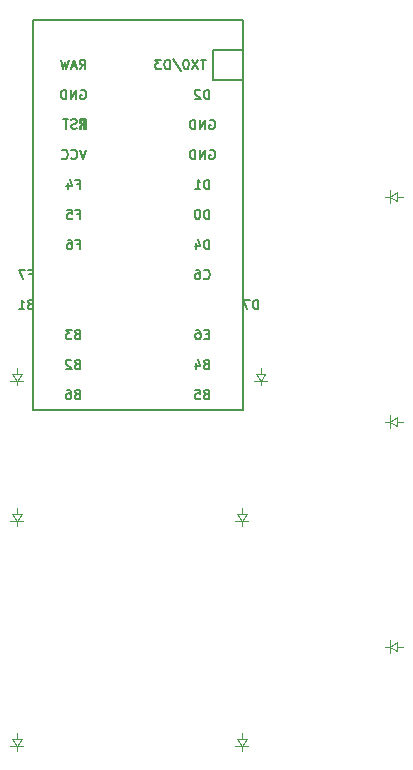
<source format=gbo>
%TF.GenerationSoftware,KiCad,Pcbnew,8.0.4*%
%TF.CreationDate,2024-07-27T19:33:33+02:00*%
%TF.ProjectId,pcb_macropad,7063625f-6d61-4637-926f-7061642e6b69,rev?*%
%TF.SameCoordinates,Original*%
%TF.FileFunction,Legend,Bot*%
%TF.FilePolarity,Positive*%
%FSLAX46Y46*%
G04 Gerber Fmt 4.6, Leading zero omitted, Abs format (unit mm)*
G04 Created by KiCad (PCBNEW 8.0.4) date 2024-07-27 19:33:33*
%MOMM*%
%LPD*%
G01*
G04 APERTURE LIST*
%ADD10C,0.150000*%
%ADD11C,0.100000*%
%ADD12C,0.200000*%
%ADD13R,1.752600X1.752600*%
%ADD14C,1.752600*%
%ADD15C,3.200000*%
%ADD16C,1.750000*%
%ADD17C,4.000000*%
%ADD18C,2.500000*%
%ADD19O,1.600000X2.000000*%
%ADD20R,2.000000X2.000000*%
%ADD21C,2.000000*%
%ADD22R,3.200000X2.000000*%
%ADD23R,1.600000X1.600000*%
%ADD24O,1.600000X1.600000*%
G04 APERTURE END LIST*
D10*
X90768023Y-48602890D02*
X90844213Y-48564795D01*
X90844213Y-48564795D02*
X90958499Y-48564795D01*
X90958499Y-48564795D02*
X91072785Y-48602890D01*
X91072785Y-48602890D02*
X91148975Y-48679080D01*
X91148975Y-48679080D02*
X91187070Y-48755271D01*
X91187070Y-48755271D02*
X91225166Y-48907652D01*
X91225166Y-48907652D02*
X91225166Y-49021938D01*
X91225166Y-49021938D02*
X91187070Y-49174319D01*
X91187070Y-49174319D02*
X91148975Y-49250509D01*
X91148975Y-49250509D02*
X91072785Y-49326700D01*
X91072785Y-49326700D02*
X90958499Y-49364795D01*
X90958499Y-49364795D02*
X90882308Y-49364795D01*
X90882308Y-49364795D02*
X90768023Y-49326700D01*
X90768023Y-49326700D02*
X90729927Y-49288604D01*
X90729927Y-49288604D02*
X90729927Y-49021938D01*
X90729927Y-49021938D02*
X90882308Y-49021938D01*
X90387070Y-49364795D02*
X90387070Y-48564795D01*
X90387070Y-48564795D02*
X89929927Y-49364795D01*
X89929927Y-49364795D02*
X89929927Y-48564795D01*
X89548975Y-49364795D02*
X89548975Y-48564795D01*
X89548975Y-48564795D02*
X89358499Y-48564795D01*
X89358499Y-48564795D02*
X89244213Y-48602890D01*
X89244213Y-48602890D02*
X89168023Y-48679080D01*
X89168023Y-48679080D02*
X89129928Y-48755271D01*
X89129928Y-48755271D02*
X89091832Y-48907652D01*
X89091832Y-48907652D02*
X89091832Y-49021938D01*
X89091832Y-49021938D02*
X89129928Y-49174319D01*
X89129928Y-49174319D02*
X89168023Y-49250509D01*
X89168023Y-49250509D02*
X89244213Y-49326700D01*
X89244213Y-49326700D02*
X89358499Y-49364795D01*
X89358499Y-49364795D02*
X89548975Y-49364795D01*
X79503166Y-56565747D02*
X79769832Y-56565747D01*
X79769832Y-56984795D02*
X79769832Y-56184795D01*
X79769832Y-56184795D02*
X79388880Y-56184795D01*
X78741261Y-56184795D02*
X78893642Y-56184795D01*
X78893642Y-56184795D02*
X78969833Y-56222890D01*
X78969833Y-56222890D02*
X79007928Y-56260985D01*
X79007928Y-56260985D02*
X79084118Y-56375271D01*
X79084118Y-56375271D02*
X79122214Y-56527652D01*
X79122214Y-56527652D02*
X79122214Y-56832414D01*
X79122214Y-56832414D02*
X79084118Y-56908604D01*
X79084118Y-56908604D02*
X79046023Y-56946700D01*
X79046023Y-56946700D02*
X78969833Y-56984795D01*
X78969833Y-56984795D02*
X78817452Y-56984795D01*
X78817452Y-56984795D02*
X78741261Y-56946700D01*
X78741261Y-56946700D02*
X78703166Y-56908604D01*
X78703166Y-56908604D02*
X78665071Y-56832414D01*
X78665071Y-56832414D02*
X78665071Y-56641938D01*
X78665071Y-56641938D02*
X78703166Y-56565747D01*
X78703166Y-56565747D02*
X78741261Y-56527652D01*
X78741261Y-56527652D02*
X78817452Y-56489557D01*
X78817452Y-56489557D02*
X78969833Y-56489557D01*
X78969833Y-56489557D02*
X79046023Y-56527652D01*
X79046023Y-56527652D02*
X79084118Y-56565747D01*
X79084118Y-56565747D02*
X79122214Y-56641938D01*
X90482309Y-66725747D02*
X90368023Y-66763842D01*
X90368023Y-66763842D02*
X90329928Y-66801938D01*
X90329928Y-66801938D02*
X90291832Y-66878128D01*
X90291832Y-66878128D02*
X90291832Y-66992414D01*
X90291832Y-66992414D02*
X90329928Y-67068604D01*
X90329928Y-67068604D02*
X90368023Y-67106700D01*
X90368023Y-67106700D02*
X90444213Y-67144795D01*
X90444213Y-67144795D02*
X90748975Y-67144795D01*
X90748975Y-67144795D02*
X90748975Y-66344795D01*
X90748975Y-66344795D02*
X90482309Y-66344795D01*
X90482309Y-66344795D02*
X90406118Y-66382890D01*
X90406118Y-66382890D02*
X90368023Y-66420985D01*
X90368023Y-66420985D02*
X90329928Y-66497176D01*
X90329928Y-66497176D02*
X90329928Y-66573366D01*
X90329928Y-66573366D02*
X90368023Y-66649557D01*
X90368023Y-66649557D02*
X90406118Y-66687652D01*
X90406118Y-66687652D02*
X90482309Y-66725747D01*
X90482309Y-66725747D02*
X90748975Y-66725747D01*
X89606118Y-66611461D02*
X89606118Y-67144795D01*
X89796594Y-66306700D02*
X89987071Y-66878128D01*
X89987071Y-66878128D02*
X89491832Y-66878128D01*
X90482309Y-69265747D02*
X90368023Y-69303842D01*
X90368023Y-69303842D02*
X90329928Y-69341938D01*
X90329928Y-69341938D02*
X90291832Y-69418128D01*
X90291832Y-69418128D02*
X90291832Y-69532414D01*
X90291832Y-69532414D02*
X90329928Y-69608604D01*
X90329928Y-69608604D02*
X90368023Y-69646700D01*
X90368023Y-69646700D02*
X90444213Y-69684795D01*
X90444213Y-69684795D02*
X90748975Y-69684795D01*
X90748975Y-69684795D02*
X90748975Y-68884795D01*
X90748975Y-68884795D02*
X90482309Y-68884795D01*
X90482309Y-68884795D02*
X90406118Y-68922890D01*
X90406118Y-68922890D02*
X90368023Y-68960985D01*
X90368023Y-68960985D02*
X90329928Y-69037176D01*
X90329928Y-69037176D02*
X90329928Y-69113366D01*
X90329928Y-69113366D02*
X90368023Y-69189557D01*
X90368023Y-69189557D02*
X90406118Y-69227652D01*
X90406118Y-69227652D02*
X90482309Y-69265747D01*
X90482309Y-69265747D02*
X90748975Y-69265747D01*
X89568023Y-68884795D02*
X89948975Y-68884795D01*
X89948975Y-68884795D02*
X89987071Y-69265747D01*
X89987071Y-69265747D02*
X89948975Y-69227652D01*
X89948975Y-69227652D02*
X89872785Y-69189557D01*
X89872785Y-69189557D02*
X89682309Y-69189557D01*
X89682309Y-69189557D02*
X89606118Y-69227652D01*
X89606118Y-69227652D02*
X89568023Y-69265747D01*
X89568023Y-69265747D02*
X89529928Y-69341938D01*
X89529928Y-69341938D02*
X89529928Y-69532414D01*
X89529928Y-69532414D02*
X89568023Y-69608604D01*
X89568023Y-69608604D02*
X89606118Y-69646700D01*
X89606118Y-69646700D02*
X89682309Y-69684795D01*
X89682309Y-69684795D02*
X89872785Y-69684795D01*
X89872785Y-69684795D02*
X89948975Y-69646700D01*
X89948975Y-69646700D02*
X89987071Y-69608604D01*
X80303166Y-48564795D02*
X80036499Y-49364795D01*
X80036499Y-49364795D02*
X79769833Y-48564795D01*
X79046023Y-49288604D02*
X79084119Y-49326700D01*
X79084119Y-49326700D02*
X79198404Y-49364795D01*
X79198404Y-49364795D02*
X79274595Y-49364795D01*
X79274595Y-49364795D02*
X79388881Y-49326700D01*
X79388881Y-49326700D02*
X79465071Y-49250509D01*
X79465071Y-49250509D02*
X79503166Y-49174319D01*
X79503166Y-49174319D02*
X79541262Y-49021938D01*
X79541262Y-49021938D02*
X79541262Y-48907652D01*
X79541262Y-48907652D02*
X79503166Y-48755271D01*
X79503166Y-48755271D02*
X79465071Y-48679080D01*
X79465071Y-48679080D02*
X79388881Y-48602890D01*
X79388881Y-48602890D02*
X79274595Y-48564795D01*
X79274595Y-48564795D02*
X79198404Y-48564795D01*
X79198404Y-48564795D02*
X79084119Y-48602890D01*
X79084119Y-48602890D02*
X79046023Y-48640985D01*
X78246023Y-49288604D02*
X78284119Y-49326700D01*
X78284119Y-49326700D02*
X78398404Y-49364795D01*
X78398404Y-49364795D02*
X78474595Y-49364795D01*
X78474595Y-49364795D02*
X78588881Y-49326700D01*
X78588881Y-49326700D02*
X78665071Y-49250509D01*
X78665071Y-49250509D02*
X78703166Y-49174319D01*
X78703166Y-49174319D02*
X78741262Y-49021938D01*
X78741262Y-49021938D02*
X78741262Y-48907652D01*
X78741262Y-48907652D02*
X78703166Y-48755271D01*
X78703166Y-48755271D02*
X78665071Y-48679080D01*
X78665071Y-48679080D02*
X78588881Y-48602890D01*
X78588881Y-48602890D02*
X78474595Y-48564795D01*
X78474595Y-48564795D02*
X78398404Y-48564795D01*
X78398404Y-48564795D02*
X78284119Y-48602890D01*
X78284119Y-48602890D02*
X78246023Y-48640985D01*
X90768023Y-46062890D02*
X90844213Y-46024795D01*
X90844213Y-46024795D02*
X90958499Y-46024795D01*
X90958499Y-46024795D02*
X91072785Y-46062890D01*
X91072785Y-46062890D02*
X91148975Y-46139080D01*
X91148975Y-46139080D02*
X91187070Y-46215271D01*
X91187070Y-46215271D02*
X91225166Y-46367652D01*
X91225166Y-46367652D02*
X91225166Y-46481938D01*
X91225166Y-46481938D02*
X91187070Y-46634319D01*
X91187070Y-46634319D02*
X91148975Y-46710509D01*
X91148975Y-46710509D02*
X91072785Y-46786700D01*
X91072785Y-46786700D02*
X90958499Y-46824795D01*
X90958499Y-46824795D02*
X90882308Y-46824795D01*
X90882308Y-46824795D02*
X90768023Y-46786700D01*
X90768023Y-46786700D02*
X90729927Y-46748604D01*
X90729927Y-46748604D02*
X90729927Y-46481938D01*
X90729927Y-46481938D02*
X90882308Y-46481938D01*
X90387070Y-46824795D02*
X90387070Y-46024795D01*
X90387070Y-46024795D02*
X89929927Y-46824795D01*
X89929927Y-46824795D02*
X89929927Y-46024795D01*
X89548975Y-46824795D02*
X89548975Y-46024795D01*
X89548975Y-46024795D02*
X89358499Y-46024795D01*
X89358499Y-46024795D02*
X89244213Y-46062890D01*
X89244213Y-46062890D02*
X89168023Y-46139080D01*
X89168023Y-46139080D02*
X89129928Y-46215271D01*
X89129928Y-46215271D02*
X89091832Y-46367652D01*
X89091832Y-46367652D02*
X89091832Y-46481938D01*
X89091832Y-46481938D02*
X89129928Y-46634319D01*
X89129928Y-46634319D02*
X89168023Y-46710509D01*
X89168023Y-46710509D02*
X89244213Y-46786700D01*
X89244213Y-46786700D02*
X89358499Y-46824795D01*
X89358499Y-46824795D02*
X89548975Y-46824795D01*
X79560309Y-64185747D02*
X79446023Y-64223842D01*
X79446023Y-64223842D02*
X79407928Y-64261938D01*
X79407928Y-64261938D02*
X79369832Y-64338128D01*
X79369832Y-64338128D02*
X79369832Y-64452414D01*
X79369832Y-64452414D02*
X79407928Y-64528604D01*
X79407928Y-64528604D02*
X79446023Y-64566700D01*
X79446023Y-64566700D02*
X79522213Y-64604795D01*
X79522213Y-64604795D02*
X79826975Y-64604795D01*
X79826975Y-64604795D02*
X79826975Y-63804795D01*
X79826975Y-63804795D02*
X79560309Y-63804795D01*
X79560309Y-63804795D02*
X79484118Y-63842890D01*
X79484118Y-63842890D02*
X79446023Y-63880985D01*
X79446023Y-63880985D02*
X79407928Y-63957176D01*
X79407928Y-63957176D02*
X79407928Y-64033366D01*
X79407928Y-64033366D02*
X79446023Y-64109557D01*
X79446023Y-64109557D02*
X79484118Y-64147652D01*
X79484118Y-64147652D02*
X79560309Y-64185747D01*
X79560309Y-64185747D02*
X79826975Y-64185747D01*
X79103166Y-63804795D02*
X78607928Y-63804795D01*
X78607928Y-63804795D02*
X78874594Y-64109557D01*
X78874594Y-64109557D02*
X78760309Y-64109557D01*
X78760309Y-64109557D02*
X78684118Y-64147652D01*
X78684118Y-64147652D02*
X78646023Y-64185747D01*
X78646023Y-64185747D02*
X78607928Y-64261938D01*
X78607928Y-64261938D02*
X78607928Y-64452414D01*
X78607928Y-64452414D02*
X78646023Y-64528604D01*
X78646023Y-64528604D02*
X78684118Y-64566700D01*
X78684118Y-64566700D02*
X78760309Y-64604795D01*
X78760309Y-64604795D02*
X78988880Y-64604795D01*
X78988880Y-64604795D02*
X79065071Y-64566700D01*
X79065071Y-64566700D02*
X79103166Y-64528604D01*
X90748975Y-56984795D02*
X90748975Y-56184795D01*
X90748975Y-56184795D02*
X90558499Y-56184795D01*
X90558499Y-56184795D02*
X90444213Y-56222890D01*
X90444213Y-56222890D02*
X90368023Y-56299080D01*
X90368023Y-56299080D02*
X90329928Y-56375271D01*
X90329928Y-56375271D02*
X90291832Y-56527652D01*
X90291832Y-56527652D02*
X90291832Y-56641938D01*
X90291832Y-56641938D02*
X90329928Y-56794319D01*
X90329928Y-56794319D02*
X90368023Y-56870509D01*
X90368023Y-56870509D02*
X90444213Y-56946700D01*
X90444213Y-56946700D02*
X90558499Y-56984795D01*
X90558499Y-56984795D02*
X90748975Y-56984795D01*
X89606118Y-56451461D02*
X89606118Y-56984795D01*
X89796594Y-56146700D02*
X89987071Y-56718128D01*
X89987071Y-56718128D02*
X89491832Y-56718128D01*
X90748975Y-44284795D02*
X90748975Y-43484795D01*
X90748975Y-43484795D02*
X90558499Y-43484795D01*
X90558499Y-43484795D02*
X90444213Y-43522890D01*
X90444213Y-43522890D02*
X90368023Y-43599080D01*
X90368023Y-43599080D02*
X90329928Y-43675271D01*
X90329928Y-43675271D02*
X90291832Y-43827652D01*
X90291832Y-43827652D02*
X90291832Y-43941938D01*
X90291832Y-43941938D02*
X90329928Y-44094319D01*
X90329928Y-44094319D02*
X90368023Y-44170509D01*
X90368023Y-44170509D02*
X90444213Y-44246700D01*
X90444213Y-44246700D02*
X90558499Y-44284795D01*
X90558499Y-44284795D02*
X90748975Y-44284795D01*
X89987071Y-43560985D02*
X89948975Y-43522890D01*
X89948975Y-43522890D02*
X89872785Y-43484795D01*
X89872785Y-43484795D02*
X89682309Y-43484795D01*
X89682309Y-43484795D02*
X89606118Y-43522890D01*
X89606118Y-43522890D02*
X89568023Y-43560985D01*
X89568023Y-43560985D02*
X89529928Y-43637176D01*
X89529928Y-43637176D02*
X89529928Y-43713366D01*
X89529928Y-43713366D02*
X89568023Y-43827652D01*
X89568023Y-43827652D02*
X90025166Y-44284795D01*
X90025166Y-44284795D02*
X89529928Y-44284795D01*
X94887975Y-62064795D02*
X94887975Y-61264795D01*
X94887975Y-61264795D02*
X94697499Y-61264795D01*
X94697499Y-61264795D02*
X94583213Y-61302890D01*
X94583213Y-61302890D02*
X94507023Y-61379080D01*
X94507023Y-61379080D02*
X94468928Y-61455271D01*
X94468928Y-61455271D02*
X94430832Y-61607652D01*
X94430832Y-61607652D02*
X94430832Y-61721938D01*
X94430832Y-61721938D02*
X94468928Y-61874319D01*
X94468928Y-61874319D02*
X94507023Y-61950509D01*
X94507023Y-61950509D02*
X94583213Y-62026700D01*
X94583213Y-62026700D02*
X94697499Y-62064795D01*
X94697499Y-62064795D02*
X94887975Y-62064795D01*
X94164166Y-61264795D02*
X93630832Y-61264795D01*
X93630832Y-61264795D02*
X93973690Y-62064795D01*
X90710880Y-64185747D02*
X90444214Y-64185747D01*
X90329928Y-64604795D02*
X90710880Y-64604795D01*
X90710880Y-64604795D02*
X90710880Y-63804795D01*
X90710880Y-63804795D02*
X90329928Y-63804795D01*
X89644213Y-63804795D02*
X89796594Y-63804795D01*
X89796594Y-63804795D02*
X89872785Y-63842890D01*
X89872785Y-63842890D02*
X89910880Y-63880985D01*
X89910880Y-63880985D02*
X89987070Y-63995271D01*
X89987070Y-63995271D02*
X90025166Y-64147652D01*
X90025166Y-64147652D02*
X90025166Y-64452414D01*
X90025166Y-64452414D02*
X89987070Y-64528604D01*
X89987070Y-64528604D02*
X89948975Y-64566700D01*
X89948975Y-64566700D02*
X89872785Y-64604795D01*
X89872785Y-64604795D02*
X89720404Y-64604795D01*
X89720404Y-64604795D02*
X89644213Y-64566700D01*
X89644213Y-64566700D02*
X89606118Y-64528604D01*
X89606118Y-64528604D02*
X89568023Y-64452414D01*
X89568023Y-64452414D02*
X89568023Y-64261938D01*
X89568023Y-64261938D02*
X89606118Y-64185747D01*
X89606118Y-64185747D02*
X89644213Y-64147652D01*
X89644213Y-64147652D02*
X89720404Y-64109557D01*
X89720404Y-64109557D02*
X89872785Y-64109557D01*
X89872785Y-64109557D02*
X89948975Y-64147652D01*
X89948975Y-64147652D02*
X89987070Y-64185747D01*
X89987070Y-64185747D02*
X90025166Y-64261938D01*
X90748975Y-51904795D02*
X90748975Y-51104795D01*
X90748975Y-51104795D02*
X90558499Y-51104795D01*
X90558499Y-51104795D02*
X90444213Y-51142890D01*
X90444213Y-51142890D02*
X90368023Y-51219080D01*
X90368023Y-51219080D02*
X90329928Y-51295271D01*
X90329928Y-51295271D02*
X90291832Y-51447652D01*
X90291832Y-51447652D02*
X90291832Y-51561938D01*
X90291832Y-51561938D02*
X90329928Y-51714319D01*
X90329928Y-51714319D02*
X90368023Y-51790509D01*
X90368023Y-51790509D02*
X90444213Y-51866700D01*
X90444213Y-51866700D02*
X90558499Y-51904795D01*
X90558499Y-51904795D02*
X90748975Y-51904795D01*
X89529928Y-51904795D02*
X89987071Y-51904795D01*
X89758499Y-51904795D02*
X89758499Y-51104795D01*
X89758499Y-51104795D02*
X89834690Y-51219080D01*
X89834690Y-51219080D02*
X89910880Y-51295271D01*
X89910880Y-51295271D02*
X89987071Y-51333366D01*
X79503166Y-54025747D02*
X79769832Y-54025747D01*
X79769832Y-54444795D02*
X79769832Y-53644795D01*
X79769832Y-53644795D02*
X79388880Y-53644795D01*
X78703166Y-53644795D02*
X79084118Y-53644795D01*
X79084118Y-53644795D02*
X79122214Y-54025747D01*
X79122214Y-54025747D02*
X79084118Y-53987652D01*
X79084118Y-53987652D02*
X79007928Y-53949557D01*
X79007928Y-53949557D02*
X78817452Y-53949557D01*
X78817452Y-53949557D02*
X78741261Y-53987652D01*
X78741261Y-53987652D02*
X78703166Y-54025747D01*
X78703166Y-54025747D02*
X78665071Y-54101938D01*
X78665071Y-54101938D02*
X78665071Y-54292414D01*
X78665071Y-54292414D02*
X78703166Y-54368604D01*
X78703166Y-54368604D02*
X78741261Y-54406700D01*
X78741261Y-54406700D02*
X78817452Y-54444795D01*
X78817452Y-54444795D02*
X79007928Y-54444795D01*
X79007928Y-54444795D02*
X79084118Y-54406700D01*
X79084118Y-54406700D02*
X79122214Y-54368604D01*
X90459848Y-40944795D02*
X90002705Y-40944795D01*
X90231277Y-41744795D02*
X90231277Y-40944795D01*
X89812229Y-40944795D02*
X89278895Y-41744795D01*
X89278895Y-40944795D02*
X89812229Y-41744795D01*
X88821752Y-40944795D02*
X88745562Y-40944795D01*
X88745562Y-40944795D02*
X88669371Y-40982890D01*
X88669371Y-40982890D02*
X88631276Y-41020985D01*
X88631276Y-41020985D02*
X88593181Y-41097176D01*
X88593181Y-41097176D02*
X88555086Y-41249557D01*
X88555086Y-41249557D02*
X88555086Y-41440033D01*
X88555086Y-41440033D02*
X88593181Y-41592414D01*
X88593181Y-41592414D02*
X88631276Y-41668604D01*
X88631276Y-41668604D02*
X88669371Y-41706700D01*
X88669371Y-41706700D02*
X88745562Y-41744795D01*
X88745562Y-41744795D02*
X88821752Y-41744795D01*
X88821752Y-41744795D02*
X88897943Y-41706700D01*
X88897943Y-41706700D02*
X88936038Y-41668604D01*
X88936038Y-41668604D02*
X88974133Y-41592414D01*
X88974133Y-41592414D02*
X89012229Y-41440033D01*
X89012229Y-41440033D02*
X89012229Y-41249557D01*
X89012229Y-41249557D02*
X88974133Y-41097176D01*
X88974133Y-41097176D02*
X88936038Y-41020985D01*
X88936038Y-41020985D02*
X88897943Y-40982890D01*
X88897943Y-40982890D02*
X88821752Y-40944795D01*
X87640800Y-40906700D02*
X88326514Y-41935271D01*
X87374133Y-41744795D02*
X87374133Y-40944795D01*
X87374133Y-40944795D02*
X87183657Y-40944795D01*
X87183657Y-40944795D02*
X87069371Y-40982890D01*
X87069371Y-40982890D02*
X86993181Y-41059080D01*
X86993181Y-41059080D02*
X86955086Y-41135271D01*
X86955086Y-41135271D02*
X86916990Y-41287652D01*
X86916990Y-41287652D02*
X86916990Y-41401938D01*
X86916990Y-41401938D02*
X86955086Y-41554319D01*
X86955086Y-41554319D02*
X86993181Y-41630509D01*
X86993181Y-41630509D02*
X87069371Y-41706700D01*
X87069371Y-41706700D02*
X87183657Y-41744795D01*
X87183657Y-41744795D02*
X87374133Y-41744795D01*
X86650324Y-40944795D02*
X86155086Y-40944795D01*
X86155086Y-40944795D02*
X86421752Y-41249557D01*
X86421752Y-41249557D02*
X86307467Y-41249557D01*
X86307467Y-41249557D02*
X86231276Y-41287652D01*
X86231276Y-41287652D02*
X86193181Y-41325747D01*
X86193181Y-41325747D02*
X86155086Y-41401938D01*
X86155086Y-41401938D02*
X86155086Y-41592414D01*
X86155086Y-41592414D02*
X86193181Y-41668604D01*
X86193181Y-41668604D02*
X86231276Y-41706700D01*
X86231276Y-41706700D02*
X86307467Y-41744795D01*
X86307467Y-41744795D02*
X86536038Y-41744795D01*
X86536038Y-41744795D02*
X86612229Y-41706700D01*
X86612229Y-41706700D02*
X86650324Y-41668604D01*
X79497713Y-46756700D02*
X79383427Y-46794795D01*
X79383427Y-46794795D02*
X79192951Y-46794795D01*
X79192951Y-46794795D02*
X79116760Y-46756700D01*
X79116760Y-46756700D02*
X79078665Y-46718604D01*
X79078665Y-46718604D02*
X79040570Y-46642414D01*
X79040570Y-46642414D02*
X79040570Y-46566223D01*
X79040570Y-46566223D02*
X79078665Y-46490033D01*
X79078665Y-46490033D02*
X79116760Y-46451938D01*
X79116760Y-46451938D02*
X79192951Y-46413842D01*
X79192951Y-46413842D02*
X79345332Y-46375747D01*
X79345332Y-46375747D02*
X79421522Y-46337652D01*
X79421522Y-46337652D02*
X79459617Y-46299557D01*
X79459617Y-46299557D02*
X79497713Y-46223366D01*
X79497713Y-46223366D02*
X79497713Y-46147176D01*
X79497713Y-46147176D02*
X79459617Y-46070985D01*
X79459617Y-46070985D02*
X79421522Y-46032890D01*
X79421522Y-46032890D02*
X79345332Y-45994795D01*
X79345332Y-45994795D02*
X79154855Y-45994795D01*
X79154855Y-45994795D02*
X79040570Y-46032890D01*
X78811998Y-45994795D02*
X78354855Y-45994795D01*
X78583427Y-46794795D02*
X78583427Y-45994795D01*
X79560309Y-66725747D02*
X79446023Y-66763842D01*
X79446023Y-66763842D02*
X79407928Y-66801938D01*
X79407928Y-66801938D02*
X79369832Y-66878128D01*
X79369832Y-66878128D02*
X79369832Y-66992414D01*
X79369832Y-66992414D02*
X79407928Y-67068604D01*
X79407928Y-67068604D02*
X79446023Y-67106700D01*
X79446023Y-67106700D02*
X79522213Y-67144795D01*
X79522213Y-67144795D02*
X79826975Y-67144795D01*
X79826975Y-67144795D02*
X79826975Y-66344795D01*
X79826975Y-66344795D02*
X79560309Y-66344795D01*
X79560309Y-66344795D02*
X79484118Y-66382890D01*
X79484118Y-66382890D02*
X79446023Y-66420985D01*
X79446023Y-66420985D02*
X79407928Y-66497176D01*
X79407928Y-66497176D02*
X79407928Y-66573366D01*
X79407928Y-66573366D02*
X79446023Y-66649557D01*
X79446023Y-66649557D02*
X79484118Y-66687652D01*
X79484118Y-66687652D02*
X79560309Y-66725747D01*
X79560309Y-66725747D02*
X79826975Y-66725747D01*
X79065071Y-66420985D02*
X79026975Y-66382890D01*
X79026975Y-66382890D02*
X78950785Y-66344795D01*
X78950785Y-66344795D02*
X78760309Y-66344795D01*
X78760309Y-66344795D02*
X78684118Y-66382890D01*
X78684118Y-66382890D02*
X78646023Y-66420985D01*
X78646023Y-66420985D02*
X78607928Y-66497176D01*
X78607928Y-66497176D02*
X78607928Y-66573366D01*
X78607928Y-66573366D02*
X78646023Y-66687652D01*
X78646023Y-66687652D02*
X79103166Y-67144795D01*
X79103166Y-67144795D02*
X78607928Y-67144795D01*
X75571309Y-61645747D02*
X75457023Y-61683842D01*
X75457023Y-61683842D02*
X75418928Y-61721938D01*
X75418928Y-61721938D02*
X75380832Y-61798128D01*
X75380832Y-61798128D02*
X75380832Y-61912414D01*
X75380832Y-61912414D02*
X75418928Y-61988604D01*
X75418928Y-61988604D02*
X75457023Y-62026700D01*
X75457023Y-62026700D02*
X75533213Y-62064795D01*
X75533213Y-62064795D02*
X75837975Y-62064795D01*
X75837975Y-62064795D02*
X75837975Y-61264795D01*
X75837975Y-61264795D02*
X75571309Y-61264795D01*
X75571309Y-61264795D02*
X75495118Y-61302890D01*
X75495118Y-61302890D02*
X75457023Y-61340985D01*
X75457023Y-61340985D02*
X75418928Y-61417176D01*
X75418928Y-61417176D02*
X75418928Y-61493366D01*
X75418928Y-61493366D02*
X75457023Y-61569557D01*
X75457023Y-61569557D02*
X75495118Y-61607652D01*
X75495118Y-61607652D02*
X75571309Y-61645747D01*
X75571309Y-61645747D02*
X75837975Y-61645747D01*
X74618928Y-62064795D02*
X75076071Y-62064795D01*
X74847499Y-62064795D02*
X74847499Y-61264795D01*
X74847499Y-61264795D02*
X74923690Y-61379080D01*
X74923690Y-61379080D02*
X74999880Y-61455271D01*
X74999880Y-61455271D02*
X75076071Y-61493366D01*
X79560309Y-69265747D02*
X79446023Y-69303842D01*
X79446023Y-69303842D02*
X79407928Y-69341938D01*
X79407928Y-69341938D02*
X79369832Y-69418128D01*
X79369832Y-69418128D02*
X79369832Y-69532414D01*
X79369832Y-69532414D02*
X79407928Y-69608604D01*
X79407928Y-69608604D02*
X79446023Y-69646700D01*
X79446023Y-69646700D02*
X79522213Y-69684795D01*
X79522213Y-69684795D02*
X79826975Y-69684795D01*
X79826975Y-69684795D02*
X79826975Y-68884795D01*
X79826975Y-68884795D02*
X79560309Y-68884795D01*
X79560309Y-68884795D02*
X79484118Y-68922890D01*
X79484118Y-68922890D02*
X79446023Y-68960985D01*
X79446023Y-68960985D02*
X79407928Y-69037176D01*
X79407928Y-69037176D02*
X79407928Y-69113366D01*
X79407928Y-69113366D02*
X79446023Y-69189557D01*
X79446023Y-69189557D02*
X79484118Y-69227652D01*
X79484118Y-69227652D02*
X79560309Y-69265747D01*
X79560309Y-69265747D02*
X79826975Y-69265747D01*
X78684118Y-68884795D02*
X78836499Y-68884795D01*
X78836499Y-68884795D02*
X78912690Y-68922890D01*
X78912690Y-68922890D02*
X78950785Y-68960985D01*
X78950785Y-68960985D02*
X79026975Y-69075271D01*
X79026975Y-69075271D02*
X79065071Y-69227652D01*
X79065071Y-69227652D02*
X79065071Y-69532414D01*
X79065071Y-69532414D02*
X79026975Y-69608604D01*
X79026975Y-69608604D02*
X78988880Y-69646700D01*
X78988880Y-69646700D02*
X78912690Y-69684795D01*
X78912690Y-69684795D02*
X78760309Y-69684795D01*
X78760309Y-69684795D02*
X78684118Y-69646700D01*
X78684118Y-69646700D02*
X78646023Y-69608604D01*
X78646023Y-69608604D02*
X78607928Y-69532414D01*
X78607928Y-69532414D02*
X78607928Y-69341938D01*
X78607928Y-69341938D02*
X78646023Y-69265747D01*
X78646023Y-69265747D02*
X78684118Y-69227652D01*
X78684118Y-69227652D02*
X78760309Y-69189557D01*
X78760309Y-69189557D02*
X78912690Y-69189557D01*
X78912690Y-69189557D02*
X78988880Y-69227652D01*
X78988880Y-69227652D02*
X79026975Y-69265747D01*
X79026975Y-69265747D02*
X79065071Y-69341938D01*
X79503166Y-51485747D02*
X79769832Y-51485747D01*
X79769832Y-51904795D02*
X79769832Y-51104795D01*
X79769832Y-51104795D02*
X79388880Y-51104795D01*
X78741261Y-51371461D02*
X78741261Y-51904795D01*
X78931737Y-51066700D02*
X79122214Y-51638128D01*
X79122214Y-51638128D02*
X78626975Y-51638128D01*
X79846023Y-43522890D02*
X79922213Y-43484795D01*
X79922213Y-43484795D02*
X80036499Y-43484795D01*
X80036499Y-43484795D02*
X80150785Y-43522890D01*
X80150785Y-43522890D02*
X80226975Y-43599080D01*
X80226975Y-43599080D02*
X80265070Y-43675271D01*
X80265070Y-43675271D02*
X80303166Y-43827652D01*
X80303166Y-43827652D02*
X80303166Y-43941938D01*
X80303166Y-43941938D02*
X80265070Y-44094319D01*
X80265070Y-44094319D02*
X80226975Y-44170509D01*
X80226975Y-44170509D02*
X80150785Y-44246700D01*
X80150785Y-44246700D02*
X80036499Y-44284795D01*
X80036499Y-44284795D02*
X79960308Y-44284795D01*
X79960308Y-44284795D02*
X79846023Y-44246700D01*
X79846023Y-44246700D02*
X79807927Y-44208604D01*
X79807927Y-44208604D02*
X79807927Y-43941938D01*
X79807927Y-43941938D02*
X79960308Y-43941938D01*
X79465070Y-44284795D02*
X79465070Y-43484795D01*
X79465070Y-43484795D02*
X79007927Y-44284795D01*
X79007927Y-44284795D02*
X79007927Y-43484795D01*
X78626975Y-44284795D02*
X78626975Y-43484795D01*
X78626975Y-43484795D02*
X78436499Y-43484795D01*
X78436499Y-43484795D02*
X78322213Y-43522890D01*
X78322213Y-43522890D02*
X78246023Y-43599080D01*
X78246023Y-43599080D02*
X78207928Y-43675271D01*
X78207928Y-43675271D02*
X78169832Y-43827652D01*
X78169832Y-43827652D02*
X78169832Y-43941938D01*
X78169832Y-43941938D02*
X78207928Y-44094319D01*
X78207928Y-44094319D02*
X78246023Y-44170509D01*
X78246023Y-44170509D02*
X78322213Y-44246700D01*
X78322213Y-44246700D02*
X78436499Y-44284795D01*
X78436499Y-44284795D02*
X78626975Y-44284795D01*
X79788880Y-41744795D02*
X80055547Y-41363842D01*
X80246023Y-41744795D02*
X80246023Y-40944795D01*
X80246023Y-40944795D02*
X79941261Y-40944795D01*
X79941261Y-40944795D02*
X79865071Y-40982890D01*
X79865071Y-40982890D02*
X79826976Y-41020985D01*
X79826976Y-41020985D02*
X79788880Y-41097176D01*
X79788880Y-41097176D02*
X79788880Y-41211461D01*
X79788880Y-41211461D02*
X79826976Y-41287652D01*
X79826976Y-41287652D02*
X79865071Y-41325747D01*
X79865071Y-41325747D02*
X79941261Y-41363842D01*
X79941261Y-41363842D02*
X80246023Y-41363842D01*
X79484119Y-41516223D02*
X79103166Y-41516223D01*
X79560309Y-41744795D02*
X79293642Y-40944795D01*
X79293642Y-40944795D02*
X79026976Y-41744795D01*
X78836500Y-40944795D02*
X78646024Y-41744795D01*
X78646024Y-41744795D02*
X78493643Y-41173366D01*
X78493643Y-41173366D02*
X78341262Y-41744795D01*
X78341262Y-41744795D02*
X78150786Y-40944795D01*
X90748975Y-54444795D02*
X90748975Y-53644795D01*
X90748975Y-53644795D02*
X90558499Y-53644795D01*
X90558499Y-53644795D02*
X90444213Y-53682890D01*
X90444213Y-53682890D02*
X90368023Y-53759080D01*
X90368023Y-53759080D02*
X90329928Y-53835271D01*
X90329928Y-53835271D02*
X90291832Y-53987652D01*
X90291832Y-53987652D02*
X90291832Y-54101938D01*
X90291832Y-54101938D02*
X90329928Y-54254319D01*
X90329928Y-54254319D02*
X90368023Y-54330509D01*
X90368023Y-54330509D02*
X90444213Y-54406700D01*
X90444213Y-54406700D02*
X90558499Y-54444795D01*
X90558499Y-54444795D02*
X90748975Y-54444795D01*
X89796594Y-53644795D02*
X89720404Y-53644795D01*
X89720404Y-53644795D02*
X89644213Y-53682890D01*
X89644213Y-53682890D02*
X89606118Y-53720985D01*
X89606118Y-53720985D02*
X89568023Y-53797176D01*
X89568023Y-53797176D02*
X89529928Y-53949557D01*
X89529928Y-53949557D02*
X89529928Y-54140033D01*
X89529928Y-54140033D02*
X89568023Y-54292414D01*
X89568023Y-54292414D02*
X89606118Y-54368604D01*
X89606118Y-54368604D02*
X89644213Y-54406700D01*
X89644213Y-54406700D02*
X89720404Y-54444795D01*
X89720404Y-54444795D02*
X89796594Y-54444795D01*
X89796594Y-54444795D02*
X89872785Y-54406700D01*
X89872785Y-54406700D02*
X89910880Y-54368604D01*
X89910880Y-54368604D02*
X89948975Y-54292414D01*
X89948975Y-54292414D02*
X89987071Y-54140033D01*
X89987071Y-54140033D02*
X89987071Y-53949557D01*
X89987071Y-53949557D02*
X89948975Y-53797176D01*
X89948975Y-53797176D02*
X89910880Y-53720985D01*
X89910880Y-53720985D02*
X89872785Y-53682890D01*
X89872785Y-53682890D02*
X89796594Y-53644795D01*
X90291832Y-59448604D02*
X90329928Y-59486700D01*
X90329928Y-59486700D02*
X90444213Y-59524795D01*
X90444213Y-59524795D02*
X90520404Y-59524795D01*
X90520404Y-59524795D02*
X90634690Y-59486700D01*
X90634690Y-59486700D02*
X90710880Y-59410509D01*
X90710880Y-59410509D02*
X90748975Y-59334319D01*
X90748975Y-59334319D02*
X90787071Y-59181938D01*
X90787071Y-59181938D02*
X90787071Y-59067652D01*
X90787071Y-59067652D02*
X90748975Y-58915271D01*
X90748975Y-58915271D02*
X90710880Y-58839080D01*
X90710880Y-58839080D02*
X90634690Y-58762890D01*
X90634690Y-58762890D02*
X90520404Y-58724795D01*
X90520404Y-58724795D02*
X90444213Y-58724795D01*
X90444213Y-58724795D02*
X90329928Y-58762890D01*
X90329928Y-58762890D02*
X90291832Y-58800985D01*
X89606118Y-58724795D02*
X89758499Y-58724795D01*
X89758499Y-58724795D02*
X89834690Y-58762890D01*
X89834690Y-58762890D02*
X89872785Y-58800985D01*
X89872785Y-58800985D02*
X89948975Y-58915271D01*
X89948975Y-58915271D02*
X89987071Y-59067652D01*
X89987071Y-59067652D02*
X89987071Y-59372414D01*
X89987071Y-59372414D02*
X89948975Y-59448604D01*
X89948975Y-59448604D02*
X89910880Y-59486700D01*
X89910880Y-59486700D02*
X89834690Y-59524795D01*
X89834690Y-59524795D02*
X89682309Y-59524795D01*
X89682309Y-59524795D02*
X89606118Y-59486700D01*
X89606118Y-59486700D02*
X89568023Y-59448604D01*
X89568023Y-59448604D02*
X89529928Y-59372414D01*
X89529928Y-59372414D02*
X89529928Y-59181938D01*
X89529928Y-59181938D02*
X89568023Y-59105747D01*
X89568023Y-59105747D02*
X89606118Y-59067652D01*
X89606118Y-59067652D02*
X89682309Y-59029557D01*
X89682309Y-59029557D02*
X89834690Y-59029557D01*
X89834690Y-59029557D02*
X89910880Y-59067652D01*
X89910880Y-59067652D02*
X89948975Y-59105747D01*
X89948975Y-59105747D02*
X89987071Y-59181938D01*
X75514166Y-59105747D02*
X75780832Y-59105747D01*
X75780832Y-59524795D02*
X75780832Y-58724795D01*
X75780832Y-58724795D02*
X75399880Y-58724795D01*
X75171309Y-58724795D02*
X74637975Y-58724795D01*
X74637975Y-58724795D02*
X74980833Y-59524795D01*
D11*
%TO.C,D1*%
X73903750Y-68136250D02*
X75003750Y-68136250D01*
X74053750Y-67536250D02*
X74853750Y-67536250D01*
X74453750Y-67036250D02*
X74453750Y-67536250D01*
X74453750Y-68136250D02*
X74053750Y-67536250D01*
X74453750Y-68136250D02*
X74453750Y-68536250D01*
X74853750Y-67536250D02*
X74453750Y-68136250D01*
%TO.C,D8*%
X92953750Y-99092500D02*
X94053750Y-99092500D01*
X93103750Y-98492500D02*
X93903750Y-98492500D01*
X93503750Y-97992500D02*
X93503750Y-98492500D01*
X93503750Y-99092500D02*
X93103750Y-98492500D01*
X93503750Y-99092500D02*
X93503750Y-99492500D01*
X93903750Y-98492500D02*
X93503750Y-99092500D01*
%TO.C,D4*%
X73903750Y-80042500D02*
X75003750Y-80042500D01*
X74053750Y-79442500D02*
X74853750Y-79442500D01*
X74453750Y-78942500D02*
X74453750Y-79442500D01*
X74453750Y-80042500D02*
X74053750Y-79442500D01*
X74453750Y-80042500D02*
X74453750Y-80442500D01*
X74853750Y-79442500D02*
X74453750Y-80042500D01*
%TO.C,D7*%
X73903750Y-99092500D02*
X75003750Y-99092500D01*
X74053750Y-98492500D02*
X74853750Y-98492500D01*
X74453750Y-97992500D02*
X74453750Y-98492500D01*
X74453750Y-99092500D02*
X74053750Y-98492500D01*
X74453750Y-99092500D02*
X74453750Y-99492500D01*
X74853750Y-98492500D02*
X74453750Y-99092500D01*
%TO.C,D3*%
X106012500Y-51996250D02*
X106012500Y-53096250D01*
X106012500Y-52546250D02*
X105612500Y-52546250D01*
X106012500Y-52546250D02*
X106612500Y-52146250D01*
X106612500Y-52146250D02*
X106612500Y-52946250D01*
X106612500Y-52946250D02*
X106012500Y-52546250D01*
X107112500Y-52546250D02*
X106612500Y-52546250D01*
%TO.C,D2*%
X94541250Y-68136250D02*
X95641250Y-68136250D01*
X94691250Y-67536250D02*
X95491250Y-67536250D01*
X95091250Y-67036250D02*
X95091250Y-67536250D01*
X95091250Y-68136250D02*
X94691250Y-67536250D01*
X95091250Y-68136250D02*
X95091250Y-68536250D01*
X95491250Y-67536250D02*
X95091250Y-68136250D01*
%TO.C,D9*%
X106012500Y-90096250D02*
X106012500Y-91196250D01*
X106012500Y-90646250D02*
X105612500Y-90646250D01*
X106012500Y-90646250D02*
X106612500Y-90246250D01*
X106612500Y-90246250D02*
X106612500Y-91046250D01*
X106612500Y-91046250D02*
X106012500Y-90646250D01*
X107112500Y-90646250D02*
X106612500Y-90646250D01*
%TO.C,D5*%
X92953750Y-80042500D02*
X94053750Y-80042500D01*
X93103750Y-79442500D02*
X93903750Y-79442500D01*
X93503750Y-78942500D02*
X93503750Y-79442500D01*
X93503750Y-80042500D02*
X93103750Y-79442500D01*
X93503750Y-80042500D02*
X93503750Y-80442500D01*
X93903750Y-79442500D02*
X93503750Y-80042500D01*
%TO.C,D6*%
X106012500Y-71046250D02*
X106012500Y-72146250D01*
X106012500Y-71596250D02*
X105612500Y-71596250D01*
X106012500Y-71596250D02*
X106612500Y-71196250D01*
X106612500Y-71196250D02*
X106612500Y-71996250D01*
X106612500Y-71996250D02*
X106012500Y-71596250D01*
X107112500Y-71596250D02*
X106612500Y-71596250D01*
D12*
%TO.C,U1*%
X75807500Y-37572500D02*
X75807500Y-70592500D01*
X75807500Y-70592500D02*
X93587500Y-70592500D01*
X91047500Y-42652500D02*
X91047500Y-40112500D01*
X93587500Y-37572500D02*
X75807500Y-37572500D01*
X93587500Y-40112500D02*
X91047500Y-40112500D01*
X93587500Y-42652500D02*
X91047500Y-42652500D01*
X93587500Y-70592500D02*
X93587500Y-37572500D01*
D10*
X80265932Y-46091860D02*
X79765932Y-46091860D01*
X79765932Y-45991860D01*
X80265932Y-45991860D01*
X80265932Y-46091860D01*
G36*
X80265932Y-46091860D02*
G01*
X79765932Y-46091860D01*
X79765932Y-45991860D01*
X80265932Y-45991860D01*
X80265932Y-46091860D01*
G37*
X79865932Y-46291860D02*
X79765932Y-46291860D01*
X79765932Y-45991860D01*
X79865932Y-45991860D01*
X79865932Y-46291860D01*
G36*
X79865932Y-46291860D02*
G01*
X79765932Y-46291860D01*
X79765932Y-45991860D01*
X79865932Y-45991860D01*
X79865932Y-46291860D01*
G37*
X79865932Y-46791860D02*
X79765932Y-46791860D01*
X79765932Y-46591860D01*
X79865932Y-46591860D01*
X79865932Y-46791860D01*
G36*
X79865932Y-46791860D02*
G01*
X79765932Y-46791860D01*
X79765932Y-46591860D01*
X79865932Y-46591860D01*
X79865932Y-46791860D01*
G37*
X80065932Y-46491860D02*
X79965932Y-46491860D01*
X79965932Y-46391860D01*
X80065932Y-46391860D01*
X80065932Y-46491860D01*
G36*
X80065932Y-46491860D02*
G01*
X79965932Y-46491860D01*
X79965932Y-46391860D01*
X80065932Y-46391860D01*
X80065932Y-46491860D01*
G37*
X80265932Y-46791860D02*
X80165932Y-46791860D01*
X80165932Y-45991860D01*
X80265932Y-45991860D01*
X80265932Y-46791860D01*
G36*
X80265932Y-46791860D02*
G01*
X80165932Y-46791860D01*
X80165932Y-45991860D01*
X80265932Y-45991860D01*
X80265932Y-46791860D01*
G37*
%TD*%
D13*
%TO.C,U1*%
X92317500Y-41382500D03*
D14*
X92317500Y-43922500D03*
X92317500Y-46462500D03*
X92317500Y-49002500D03*
X92317500Y-51542500D03*
X92317500Y-54082500D03*
X92317500Y-56622500D03*
X92317500Y-59162500D03*
X92317500Y-61702500D03*
X92317500Y-64242500D03*
X92317500Y-66782500D03*
X92317500Y-69322500D03*
X77077500Y-69322500D03*
X77077500Y-66782500D03*
X77077500Y-64242500D03*
X77077500Y-61702500D03*
X77077500Y-59162500D03*
X77077500Y-56622500D03*
X77077500Y-54082500D03*
X77077500Y-51542500D03*
X77077500Y-49002500D03*
X77077500Y-46462500D03*
X77077500Y-43922500D03*
X77077500Y-41382500D03*
%TD*%
%LPC*%
D15*
%TO.C,REF\u002A\u002A*%
X65722500Y-39052500D03*
%TD*%
%TO.C,REF\u002A\u002A*%
X94297500Y-89852500D03*
%TD*%
D16*
%TO.C,S5*%
X79692500Y-80327500D03*
D17*
X84772500Y-80327500D03*
D16*
X89852500Y-80327500D03*
D18*
X80962500Y-77787500D03*
X87312500Y-75247500D03*
%TD*%
D16*
%TO.C,S4*%
X60642500Y-80327500D03*
D17*
X65722500Y-80327500D03*
D16*
X70802500Y-80327500D03*
D18*
X61912500Y-77787500D03*
X68262500Y-75247500D03*
%TD*%
D15*
%TO.C,REF\u002A\u002A*%
X75247500Y-89852500D03*
%TD*%
D16*
%TO.C,S1*%
X60642500Y-61277500D03*
D17*
X65722500Y-61277500D03*
D16*
X70802500Y-61277500D03*
D18*
X61912500Y-58737500D03*
X68262500Y-56197500D03*
%TD*%
D16*
%TO.C,S6*%
X98742500Y-80327500D03*
D17*
X103822500Y-80327500D03*
D16*
X108902500Y-80327500D03*
D18*
X100012500Y-77787500D03*
X106362500Y-75247500D03*
%TD*%
D19*
%TO.C,J1*%
X74136250Y-46196250D03*
X71596250Y-46196250D03*
X69056250Y-46196250D03*
X66516250Y-46196250D03*
%TD*%
D16*
%TO.C,S9*%
X98742500Y-99377500D03*
D17*
X103822500Y-99377500D03*
D16*
X108902500Y-99377500D03*
D18*
X100012500Y-96837500D03*
X106362500Y-94297500D03*
%TD*%
D16*
%TO.C,S8*%
X79692500Y-99377500D03*
D17*
X84772500Y-99377500D03*
D16*
X89852500Y-99377500D03*
D18*
X80962500Y-96837500D03*
X87312500Y-94297500D03*
%TD*%
D16*
%TO.C,S2*%
X79692500Y-61277500D03*
D17*
X84772500Y-61277500D03*
D16*
X89852500Y-61277500D03*
D18*
X80962500Y-58737500D03*
X87312500Y-56197500D03*
%TD*%
D16*
%TO.C,S7*%
X60642500Y-99377500D03*
D17*
X65722500Y-99377500D03*
D16*
X70802500Y-99377500D03*
D18*
X61912500Y-96837500D03*
X68262500Y-94297500D03*
%TD*%
D20*
%TO.C,SW1*%
X95778750Y-39727500D03*
D21*
X95778750Y-44727500D03*
X95778750Y-42227500D03*
D22*
X103278750Y-36627500D03*
X103278750Y-47827500D03*
D21*
X110278750Y-44727500D03*
X110278750Y-39727500D03*
%TD*%
D16*
%TO.C,S3*%
X98742500Y-61277500D03*
D17*
X103822500Y-61277500D03*
D16*
X108902500Y-61277500D03*
D18*
X100012500Y-58737500D03*
X106362500Y-56197500D03*
%TD*%
D23*
%TO.C,D1*%
X74453750Y-71596250D03*
D24*
X74453750Y-63976250D03*
%TD*%
D23*
%TO.C,D8*%
X93503750Y-102552500D03*
D24*
X93503750Y-94932500D03*
%TD*%
D23*
%TO.C,D4*%
X74453750Y-83502500D03*
D24*
X74453750Y-75882500D03*
%TD*%
D23*
%TO.C,D7*%
X74453750Y-102552500D03*
D24*
X74453750Y-94932500D03*
%TD*%
D23*
%TO.C,D3*%
X102552500Y-52546250D03*
D24*
X110172500Y-52546250D03*
%TD*%
D23*
%TO.C,D2*%
X95091250Y-71596250D03*
D24*
X95091250Y-63976250D03*
%TD*%
D23*
%TO.C,D9*%
X102552500Y-90646250D03*
D24*
X110172500Y-90646250D03*
%TD*%
D23*
%TO.C,D5*%
X93503750Y-83502500D03*
D24*
X93503750Y-75882500D03*
%TD*%
D23*
%TO.C,D6*%
X102552500Y-71596250D03*
D24*
X110172500Y-71596250D03*
%TD*%
D13*
%TO.C,U1*%
X92317500Y-41382500D03*
D14*
X92317500Y-43922500D03*
X92317500Y-46462500D03*
X92317500Y-49002500D03*
X92317500Y-51542500D03*
X92317500Y-54082500D03*
X92317500Y-56622500D03*
X92317500Y-59162500D03*
X92317500Y-61702500D03*
X92317500Y-64242500D03*
X92317500Y-66782500D03*
X92317500Y-69322500D03*
X77077500Y-69322500D03*
X77077500Y-66782500D03*
X77077500Y-64242500D03*
X77077500Y-61702500D03*
X77077500Y-59162500D03*
X77077500Y-56622500D03*
X77077500Y-54082500D03*
X77077500Y-51542500D03*
X77077500Y-49002500D03*
X77077500Y-46462500D03*
X77077500Y-43922500D03*
X77077500Y-41382500D03*
%TD*%
%LPD*%
M02*

</source>
